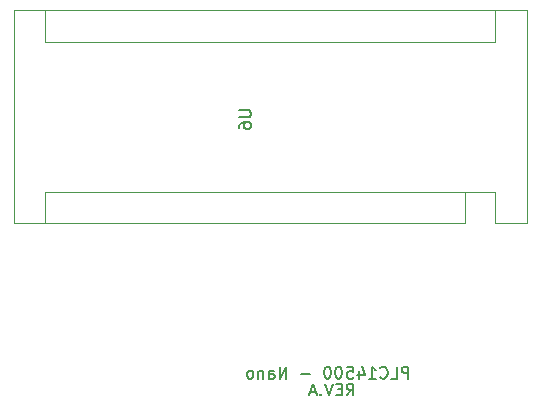
<source format=gbr>
%TF.GenerationSoftware,KiCad,Pcbnew,(5.1.9)-1*%
%TF.CreationDate,2022-11-22T19:27:29+01:00*%
%TF.ProjectId,plc14500,706c6331-3435-4303-902e-6b696361645f,rev?*%
%TF.SameCoordinates,Original*%
%TF.FileFunction,Legend,Bot*%
%TF.FilePolarity,Positive*%
%FSLAX46Y46*%
G04 Gerber Fmt 4.6, Leading zero omitted, Abs format (unit mm)*
G04 Created by KiCad (PCBNEW (5.1.9)-1) date 2022-11-22 19:27:29*
%MOMM*%
%LPD*%
G01*
G04 APERTURE LIST*
%ADD10C,0.150000*%
%ADD11C,0.120000*%
G04 APERTURE END LIST*
D10*
X99958095Y-86532380D02*
X100291428Y-86056190D01*
X100529523Y-86532380D02*
X100529523Y-85532380D01*
X100148571Y-85532380D01*
X100053333Y-85580000D01*
X100005714Y-85627619D01*
X99958095Y-85722857D01*
X99958095Y-85865714D01*
X100005714Y-85960952D01*
X100053333Y-86008571D01*
X100148571Y-86056190D01*
X100529523Y-86056190D01*
X99529523Y-86008571D02*
X99196190Y-86008571D01*
X99053333Y-86532380D02*
X99529523Y-86532380D01*
X99529523Y-85532380D01*
X99053333Y-85532380D01*
X98767619Y-85532380D02*
X98434285Y-86532380D01*
X98100952Y-85532380D01*
X97767619Y-86437142D02*
X97720000Y-86484761D01*
X97767619Y-86532380D01*
X97815238Y-86484761D01*
X97767619Y-86437142D01*
X97767619Y-86532380D01*
X97339047Y-86246666D02*
X96862857Y-86246666D01*
X97434285Y-86532380D02*
X97100952Y-85532380D01*
X96767619Y-86532380D01*
X105179523Y-85102380D02*
X105179523Y-84102380D01*
X104798571Y-84102380D01*
X104703333Y-84150000D01*
X104655714Y-84197619D01*
X104608095Y-84292857D01*
X104608095Y-84435714D01*
X104655714Y-84530952D01*
X104703333Y-84578571D01*
X104798571Y-84626190D01*
X105179523Y-84626190D01*
X103703333Y-85102380D02*
X104179523Y-85102380D01*
X104179523Y-84102380D01*
X102798571Y-85007142D02*
X102846190Y-85054761D01*
X102989047Y-85102380D01*
X103084285Y-85102380D01*
X103227142Y-85054761D01*
X103322380Y-84959523D01*
X103370000Y-84864285D01*
X103417619Y-84673809D01*
X103417619Y-84530952D01*
X103370000Y-84340476D01*
X103322380Y-84245238D01*
X103227142Y-84150000D01*
X103084285Y-84102380D01*
X102989047Y-84102380D01*
X102846190Y-84150000D01*
X102798571Y-84197619D01*
X101846190Y-85102380D02*
X102417619Y-85102380D01*
X102131904Y-85102380D02*
X102131904Y-84102380D01*
X102227142Y-84245238D01*
X102322380Y-84340476D01*
X102417619Y-84388095D01*
X100989047Y-84435714D02*
X100989047Y-85102380D01*
X101227142Y-84054761D02*
X101465238Y-84769047D01*
X100846190Y-84769047D01*
X99989047Y-84102380D02*
X100465238Y-84102380D01*
X100512857Y-84578571D01*
X100465238Y-84530952D01*
X100370000Y-84483333D01*
X100131904Y-84483333D01*
X100036666Y-84530952D01*
X99989047Y-84578571D01*
X99941428Y-84673809D01*
X99941428Y-84911904D01*
X99989047Y-85007142D01*
X100036666Y-85054761D01*
X100131904Y-85102380D01*
X100370000Y-85102380D01*
X100465238Y-85054761D01*
X100512857Y-85007142D01*
X99322380Y-84102380D02*
X99227142Y-84102380D01*
X99131904Y-84150000D01*
X99084285Y-84197619D01*
X99036666Y-84292857D01*
X98989047Y-84483333D01*
X98989047Y-84721428D01*
X99036666Y-84911904D01*
X99084285Y-85007142D01*
X99131904Y-85054761D01*
X99227142Y-85102380D01*
X99322380Y-85102380D01*
X99417619Y-85054761D01*
X99465238Y-85007142D01*
X99512857Y-84911904D01*
X99560476Y-84721428D01*
X99560476Y-84483333D01*
X99512857Y-84292857D01*
X99465238Y-84197619D01*
X99417619Y-84150000D01*
X99322380Y-84102380D01*
X98370000Y-84102380D02*
X98274761Y-84102380D01*
X98179523Y-84150000D01*
X98131904Y-84197619D01*
X98084285Y-84292857D01*
X98036666Y-84483333D01*
X98036666Y-84721428D01*
X98084285Y-84911904D01*
X98131904Y-85007142D01*
X98179523Y-85054761D01*
X98274761Y-85102380D01*
X98370000Y-85102380D01*
X98465238Y-85054761D01*
X98512857Y-85007142D01*
X98560476Y-84911904D01*
X98608095Y-84721428D01*
X98608095Y-84483333D01*
X98560476Y-84292857D01*
X98512857Y-84197619D01*
X98465238Y-84150000D01*
X98370000Y-84102380D01*
X96846190Y-84721428D02*
X96084285Y-84721428D01*
X94846190Y-85102380D02*
X94846190Y-84102380D01*
X94274761Y-85102380D01*
X94274761Y-84102380D01*
X93370000Y-85102380D02*
X93370000Y-84578571D01*
X93417619Y-84483333D01*
X93512857Y-84435714D01*
X93703333Y-84435714D01*
X93798571Y-84483333D01*
X93370000Y-85054761D02*
X93465238Y-85102380D01*
X93703333Y-85102380D01*
X93798571Y-85054761D01*
X93846190Y-84959523D01*
X93846190Y-84864285D01*
X93798571Y-84769047D01*
X93703333Y-84721428D01*
X93465238Y-84721428D01*
X93370000Y-84673809D01*
X92893809Y-84435714D02*
X92893809Y-85102380D01*
X92893809Y-84530952D02*
X92846190Y-84483333D01*
X92750952Y-84435714D01*
X92608095Y-84435714D01*
X92512857Y-84483333D01*
X92465238Y-84578571D01*
X92465238Y-85102380D01*
X91846190Y-85102380D02*
X91941428Y-85054761D01*
X91989047Y-85007142D01*
X92036666Y-84911904D01*
X92036666Y-84626190D01*
X91989047Y-84530952D01*
X91941428Y-84483333D01*
X91846190Y-84435714D01*
X91703333Y-84435714D01*
X91608095Y-84483333D01*
X91560476Y-84530952D01*
X91512857Y-84626190D01*
X91512857Y-84911904D01*
X91560476Y-85007142D01*
X91608095Y-85054761D01*
X91703333Y-85102380D01*
X91846190Y-85102380D01*
D11*
%TO.C,U6*%
X109980000Y-69280000D02*
X112520000Y-69280000D01*
X112520000Y-69280000D02*
X112520000Y-71950000D01*
X109980000Y-71950000D02*
X71750000Y-71950000D01*
X115190000Y-71950000D02*
X112520000Y-71950000D01*
X112520000Y-56580000D02*
X112520000Y-53910000D01*
X112520000Y-56580000D02*
X74420000Y-56580000D01*
X74420000Y-56580000D02*
X74420000Y-53910000D01*
X109980000Y-69280000D02*
X109980000Y-71950000D01*
X109980000Y-69280000D02*
X74420000Y-69280000D01*
X74420000Y-69280000D02*
X74420000Y-71950000D01*
X71750000Y-71950000D02*
X71750000Y-53910000D01*
X71750000Y-53910000D02*
X115190000Y-53910000D01*
X115190000Y-53910000D02*
X115190000Y-71950000D01*
D10*
X90842380Y-62398095D02*
X91651904Y-62398095D01*
X91747142Y-62445714D01*
X91794761Y-62493333D01*
X91842380Y-62588571D01*
X91842380Y-62779047D01*
X91794761Y-62874285D01*
X91747142Y-62921904D01*
X91651904Y-62969523D01*
X90842380Y-62969523D01*
X90842380Y-63874285D02*
X90842380Y-63683809D01*
X90890000Y-63588571D01*
X90937619Y-63540952D01*
X91080476Y-63445714D01*
X91270952Y-63398095D01*
X91651904Y-63398095D01*
X91747142Y-63445714D01*
X91794761Y-63493333D01*
X91842380Y-63588571D01*
X91842380Y-63779047D01*
X91794761Y-63874285D01*
X91747142Y-63921904D01*
X91651904Y-63969523D01*
X91413809Y-63969523D01*
X91318571Y-63921904D01*
X91270952Y-63874285D01*
X91223333Y-63779047D01*
X91223333Y-63588571D01*
X91270952Y-63493333D01*
X91318571Y-63445714D01*
X91413809Y-63398095D01*
%TD*%
M02*

</source>
